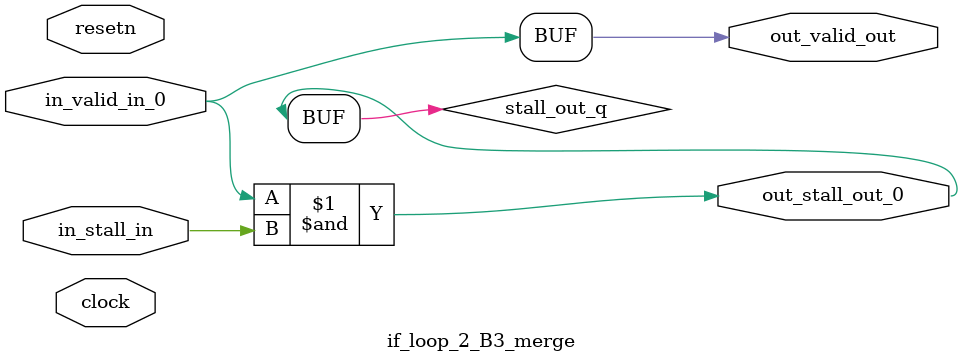
<source format=sv>



(* altera_attribute = "-name AUTO_SHIFT_REGISTER_RECOGNITION OFF; -name MESSAGE_DISABLE 10036; -name MESSAGE_DISABLE 10037; -name MESSAGE_DISABLE 14130; -name MESSAGE_DISABLE 14320; -name MESSAGE_DISABLE 15400; -name MESSAGE_DISABLE 14130; -name MESSAGE_DISABLE 10036; -name MESSAGE_DISABLE 12020; -name MESSAGE_DISABLE 12030; -name MESSAGE_DISABLE 12010; -name MESSAGE_DISABLE 12110; -name MESSAGE_DISABLE 14320; -name MESSAGE_DISABLE 13410; -name MESSAGE_DISABLE 113007; -name MESSAGE_DISABLE 10958" *)
module if_loop_2_B3_merge (
    input wire [0:0] in_stall_in,
    input wire [0:0] in_valid_in_0,
    output wire [0:0] out_stall_out_0,
    output wire [0:0] out_valid_out,
    input wire clock,
    input wire resetn
    );

    wire [0:0] stall_out_q;


    // stall_out(LOGICAL,6)
    assign stall_out_q = in_valid_in_0 & in_stall_in;

    // out_stall_out_0(GPOUT,4)
    assign out_stall_out_0 = stall_out_q;

    // out_valid_out(GPOUT,5)
    assign out_valid_out = in_valid_in_0;

endmodule

</source>
